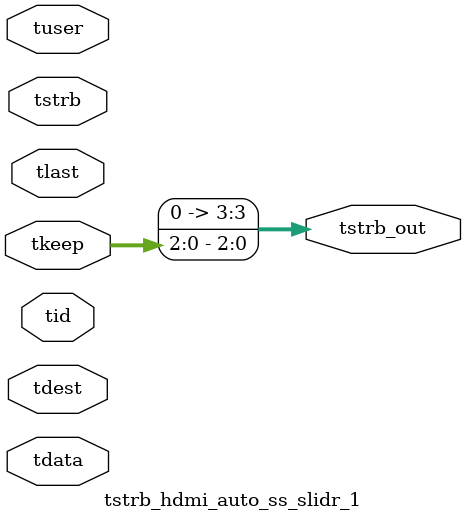
<source format=v>


`timescale 1ps/1ps

module tstrb_hdmi_auto_ss_slidr_1 #
(
parameter C_S_AXIS_TDATA_WIDTH = 32,
parameter C_S_AXIS_TUSER_WIDTH = 0,
parameter C_S_AXIS_TID_WIDTH   = 0,
parameter C_S_AXIS_TDEST_WIDTH = 0,
parameter C_M_AXIS_TDATA_WIDTH = 32
)
(
input  [(C_S_AXIS_TDATA_WIDTH == 0 ? 1 : C_S_AXIS_TDATA_WIDTH)-1:0     ] tdata,
input  [(C_S_AXIS_TUSER_WIDTH == 0 ? 1 : C_S_AXIS_TUSER_WIDTH)-1:0     ] tuser,
input  [(C_S_AXIS_TID_WIDTH   == 0 ? 1 : C_S_AXIS_TID_WIDTH)-1:0       ] tid,
input  [(C_S_AXIS_TDEST_WIDTH == 0 ? 1 : C_S_AXIS_TDEST_WIDTH)-1:0     ] tdest,
input  [(C_S_AXIS_TDATA_WIDTH/8)-1:0 ] tkeep,
input  [(C_S_AXIS_TDATA_WIDTH/8)-1:0 ] tstrb,
input                                                                    tlast,
output [(C_M_AXIS_TDATA_WIDTH/8)-1:0 ] tstrb_out
);

assign tstrb_out = {tkeep[2:0]};

endmodule


</source>
